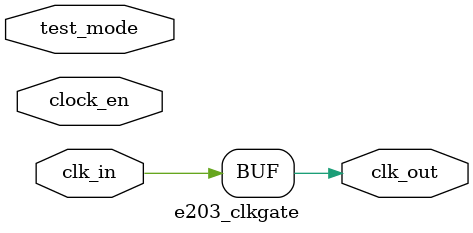
<source format=v>
 /*                                                                      
 Copyright 2018-2020 Nuclei System Technology, Inc.                
                                                                         
 Licensed under the Apache License, Version 2.0 (the "License");         
 you may not use this file except in compliance with the License.        
 You may obtain a copy of the License at                                 
                                                                         
     http://www.apache.org/licenses/LICENSE-2.0                          
                                                                         
  Unless required by applicable law or agreed to in writing, software    
 distributed under the License is distributed on an "AS IS" BASIS,       
 WITHOUT WARRANTIES OR CONDITIONS OF ANY KIND, either express or implied.
 See the License for the specific language governing permissions and     
 limitations under the License.                                          
 */                                                                      
                                                                         
                                                                         
                                                                         
//=====================================================================
// Designer   : Bob Hu
//
// Description:
//  The clock gating cell
//
// ====================================================================
`include "e203_defines.v"

module e203_clkgate (
  input   clk_in,
  input   test_mode,
  input   clock_en,
  output  clk_out
);

//ifdef FPGA_SOURCE//{
    // In the FPGA, the clock gating is just pass through
    assign clk_out = clk_in;
//`endif//}

//`ifndef FPGA_SOURCE//{
//
//reg enb;
//
//always@(*)
//  if (!clk_in)
//    enb = (clock_en | test_mode);
//
//assign clk_out = enb & clk_in;
//
//`endif//}

endmodule 


</source>
